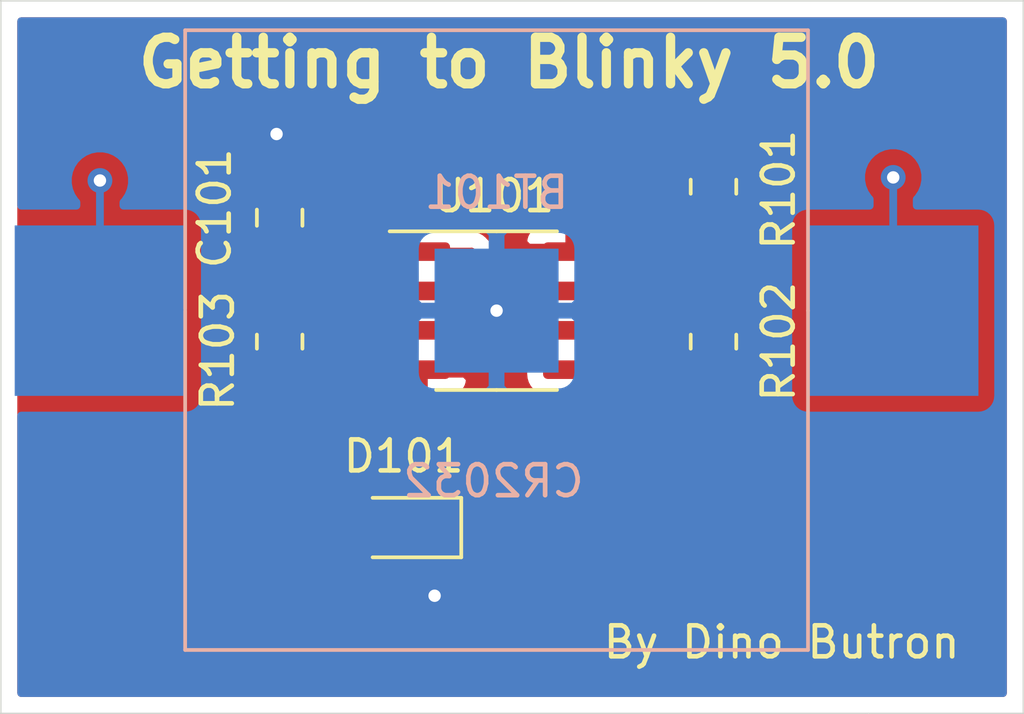
<source format=kicad_pcb>
(kicad_pcb (version 20171130) (host pcbnew "(5.1.10)-1")

  (general
    (thickness 1.6)
    (drawings 8)
    (tracks 41)
    (zones 0)
    (modules 7)
    (nets 8)
  )

  (page A4)
  (layers
    (0 F.Cu signal)
    (31 B.Cu signal)
    (32 B.Adhes user)
    (33 F.Adhes user)
    (34 B.Paste user)
    (35 F.Paste user)
    (36 B.SilkS user)
    (37 F.SilkS user)
    (38 B.Mask user)
    (39 F.Mask user)
    (40 Dwgs.User user)
    (41 Cmts.User user)
    (42 Eco1.User user)
    (43 Eco2.User user)
    (44 Edge.Cuts user)
    (45 Margin user)
    (46 B.CrtYd user)
    (47 F.CrtYd user)
    (48 B.Fab user)
    (49 F.Fab user)
  )

  (setup
    (last_trace_width 0.25)
    (trace_clearance 0.2)
    (zone_clearance 0.508)
    (zone_45_only no)
    (trace_min 0.2)
    (via_size 0.8)
    (via_drill 0.4)
    (via_min_size 0.4)
    (via_min_drill 0.3)
    (uvia_size 0.3)
    (uvia_drill 0.1)
    (uvias_allowed no)
    (uvia_min_size 0.2)
    (uvia_min_drill 0.1)
    (edge_width 0.05)
    (segment_width 0.2)
    (pcb_text_width 0.3)
    (pcb_text_size 1.5 1.5)
    (mod_edge_width 0.12)
    (mod_text_size 1 1)
    (mod_text_width 0.15)
    (pad_size 1.524 1.524)
    (pad_drill 0.762)
    (pad_to_mask_clearance 0)
    (aux_axis_origin 0 0)
    (visible_elements FFFFFF7F)
    (pcbplotparams
      (layerselection 0x010fc_ffffffff)
      (usegerberextensions false)
      (usegerberattributes true)
      (usegerberadvancedattributes true)
      (creategerberjobfile true)
      (excludeedgelayer true)
      (linewidth 0.100000)
      (plotframeref false)
      (viasonmask false)
      (mode 1)
      (useauxorigin false)
      (hpglpennumber 1)
      (hpglpenspeed 20)
      (hpglpendiameter 15.000000)
      (psnegative false)
      (psa4output false)
      (plotreference true)
      (plotvalue true)
      (plotinvisibletext false)
      (padsonsilk false)
      (subtractmaskfromsilk false)
      (outputformat 1)
      (mirror false)
      (drillshape 1)
      (scaleselection 1)
      (outputdirectory ""))
  )

  (net 0 "")
  (net 1 GND)
  (net 2 "Net-(D101-Pad2)")
  (net 3 "Net-(U101-Pad5)")
  (net 4 /VDD)
  (net 5 /THR)
  (net 6 /DIS)
  (net 7 /OUT)

  (net_class Default "This is the default net class."
    (clearance 0.2)
    (trace_width 0.25)
    (via_dia 0.8)
    (via_drill 0.4)
    (uvia_dia 0.3)
    (uvia_drill 0.1)
    (add_net /DIS)
    (add_net /OUT)
    (add_net /THR)
    (add_net /VDD)
    (add_net GND)
    (add_net "Net-(D101-Pad2)")
    (add_net "Net-(U101-Pad5)")
  )

  (module Package_SO:SOIC-8_3.9x4.9mm_P1.27mm (layer F.Cu) (tedit 5D9F72B1) (tstamp 612F00F2)
    (at 110 97)
    (descr "SOIC, 8 Pin (JEDEC MS-012AA, https://www.analog.com/media/en/package-pcb-resources/package/pkg_pdf/soic_narrow-r/r_8.pdf), generated with kicad-footprint-generator ipc_gullwing_generator.py")
    (tags "SOIC SO")
    (path /612EE2A9)
    (attr smd)
    (fp_text reference U101 (at -0.1 -3.7) (layer F.SilkS)
      (effects (font (size 1 1) (thickness 0.15)))
    )
    (fp_text value 7555 (at 0 3.4) (layer F.Fab) hide
      (effects (font (size 1 1) (thickness 0.15)))
    )
    (fp_text user %R (at 0 0) (layer F.Fab)
      (effects (font (size 0.98 0.98) (thickness 0.15)))
    )
    (fp_line (start 0 2.56) (end 1.95 2.56) (layer F.SilkS) (width 0.12))
    (fp_line (start 0 2.56) (end -1.95 2.56) (layer F.SilkS) (width 0.12))
    (fp_line (start 0 -2.56) (end 1.95 -2.56) (layer F.SilkS) (width 0.12))
    (fp_line (start 0 -2.56) (end -3.45 -2.56) (layer F.SilkS) (width 0.12))
    (fp_line (start -0.975 -2.45) (end 1.95 -2.45) (layer F.Fab) (width 0.1))
    (fp_line (start 1.95 -2.45) (end 1.95 2.45) (layer F.Fab) (width 0.1))
    (fp_line (start 1.95 2.45) (end -1.95 2.45) (layer F.Fab) (width 0.1))
    (fp_line (start -1.95 2.45) (end -1.95 -1.475) (layer F.Fab) (width 0.1))
    (fp_line (start -1.95 -1.475) (end -0.975 -2.45) (layer F.Fab) (width 0.1))
    (fp_line (start -3.7 -2.7) (end -3.7 2.7) (layer F.CrtYd) (width 0.05))
    (fp_line (start -3.7 2.7) (end 3.7 2.7) (layer F.CrtYd) (width 0.05))
    (fp_line (start 3.7 2.7) (end 3.7 -2.7) (layer F.CrtYd) (width 0.05))
    (fp_line (start 3.7 -2.7) (end -3.7 -2.7) (layer F.CrtYd) (width 0.05))
    (pad 8 smd roundrect (at 2.475 -1.905) (size 1.95 0.6) (layers F.Cu F.Paste F.Mask) (roundrect_rratio 0.25)
      (net 4 /VDD))
    (pad 7 smd roundrect (at 2.475 -0.635) (size 1.95 0.6) (layers F.Cu F.Paste F.Mask) (roundrect_rratio 0.25)
      (net 6 /DIS))
    (pad 6 smd roundrect (at 2.475 0.635) (size 1.95 0.6) (layers F.Cu F.Paste F.Mask) (roundrect_rratio 0.25)
      (net 5 /THR))
    (pad 5 smd roundrect (at 2.475 1.905) (size 1.95 0.6) (layers F.Cu F.Paste F.Mask) (roundrect_rratio 0.25)
      (net 3 "Net-(U101-Pad5)"))
    (pad 4 smd roundrect (at -2.475 1.905) (size 1.95 0.6) (layers F.Cu F.Paste F.Mask) (roundrect_rratio 0.25)
      (net 4 /VDD))
    (pad 3 smd roundrect (at -2.475 0.635) (size 1.95 0.6) (layers F.Cu F.Paste F.Mask) (roundrect_rratio 0.25)
      (net 7 /OUT))
    (pad 2 smd roundrect (at -2.475 -0.635) (size 1.95 0.6) (layers F.Cu F.Paste F.Mask) (roundrect_rratio 0.25)
      (net 5 /THR))
    (pad 1 smd roundrect (at -2.475 -1.905) (size 1.95 0.6) (layers F.Cu F.Paste F.Mask) (roundrect_rratio 0.25)
      (net 1 GND))
    (model ${KISYS3DMOD}/Package_SO.3dshapes/SOIC-8_3.9x4.9mm_P1.27mm.wrl
      (at (xyz 0 0 0))
      (scale (xyz 1 1 1))
      (rotate (xyz 0 0 0))
    )
  )

  (module Resistor_SMD:R_0805_2012Metric_Pad1.20x1.40mm_HandSolder (layer F.Cu) (tedit 5F68FEEE) (tstamp 612F00D8)
    (at 103 98 270)
    (descr "Resistor SMD 0805 (2012 Metric), square (rectangular) end terminal, IPC_7351 nominal with elongated pad for handsoldering. (Body size source: IPC-SM-782 page 72, https://www.pcb-3d.com/wordpress/wp-content/uploads/ipc-sm-782a_amendment_1_and_2.pdf), generated with kicad-footprint-generator")
    (tags "resistor handsolder")
    (path /612F138D)
    (attr smd)
    (fp_text reference R103 (at 0.3 2 90) (layer F.SilkS)
      (effects (font (size 1 1) (thickness 0.15)))
    )
    (fp_text value 1K (at 0 1.65 90) (layer F.Fab) hide
      (effects (font (size 1 1) (thickness 0.15)))
    )
    (fp_text user %R (at 0 0 90) (layer F.Fab)
      (effects (font (size 0.5 0.5) (thickness 0.08)))
    )
    (fp_line (start -1 0.625) (end -1 -0.625) (layer F.Fab) (width 0.1))
    (fp_line (start -1 -0.625) (end 1 -0.625) (layer F.Fab) (width 0.1))
    (fp_line (start 1 -0.625) (end 1 0.625) (layer F.Fab) (width 0.1))
    (fp_line (start 1 0.625) (end -1 0.625) (layer F.Fab) (width 0.1))
    (fp_line (start -0.227064 -0.735) (end 0.227064 -0.735) (layer F.SilkS) (width 0.12))
    (fp_line (start -0.227064 0.735) (end 0.227064 0.735) (layer F.SilkS) (width 0.12))
    (fp_line (start -1.85 0.95) (end -1.85 -0.95) (layer F.CrtYd) (width 0.05))
    (fp_line (start -1.85 -0.95) (end 1.85 -0.95) (layer F.CrtYd) (width 0.05))
    (fp_line (start 1.85 -0.95) (end 1.85 0.95) (layer F.CrtYd) (width 0.05))
    (fp_line (start 1.85 0.95) (end -1.85 0.95) (layer F.CrtYd) (width 0.05))
    (pad 2 smd roundrect (at 1 0 270) (size 1.2 1.4) (layers F.Cu F.Paste F.Mask) (roundrect_rratio 0.208333)
      (net 2 "Net-(D101-Pad2)"))
    (pad 1 smd roundrect (at -1 0 270) (size 1.2 1.4) (layers F.Cu F.Paste F.Mask) (roundrect_rratio 0.208333)
      (net 7 /OUT))
    (model ${KISYS3DMOD}/Resistor_SMD.3dshapes/R_0805_2012Metric.wrl
      (at (xyz 0 0 0))
      (scale (xyz 1 1 1))
      (rotate (xyz 0 0 0))
    )
  )

  (module Resistor_SMD:R_0805_2012Metric_Pad1.20x1.40mm_HandSolder (layer F.Cu) (tedit 5F68FEEE) (tstamp 612F04B5)
    (at 117 98 270)
    (descr "Resistor SMD 0805 (2012 Metric), square (rectangular) end terminal, IPC_7351 nominal with elongated pad for handsoldering. (Body size source: IPC-SM-782 page 72, https://www.pcb-3d.com/wordpress/wp-content/uploads/ipc-sm-782a_amendment_1_and_2.pdf), generated with kicad-footprint-generator")
    (tags "resistor handsolder")
    (path /612F021E)
    (attr smd)
    (fp_text reference R102 (at 0 -2.1 90) (layer F.SilkS)
      (effects (font (size 1 1) (thickness 0.15)))
    )
    (fp_text value 470K (at 0 1.65 90) (layer F.Fab) hide
      (effects (font (size 1 1) (thickness 0.15)))
    )
    (fp_text user %R (at 0 0 90) (layer F.Fab)
      (effects (font (size 0.5 0.5) (thickness 0.08)))
    )
    (fp_line (start -1 0.625) (end -1 -0.625) (layer F.Fab) (width 0.1))
    (fp_line (start -1 -0.625) (end 1 -0.625) (layer F.Fab) (width 0.1))
    (fp_line (start 1 -0.625) (end 1 0.625) (layer F.Fab) (width 0.1))
    (fp_line (start 1 0.625) (end -1 0.625) (layer F.Fab) (width 0.1))
    (fp_line (start -0.227064 -0.735) (end 0.227064 -0.735) (layer F.SilkS) (width 0.12))
    (fp_line (start -0.227064 0.735) (end 0.227064 0.735) (layer F.SilkS) (width 0.12))
    (fp_line (start -1.85 0.95) (end -1.85 -0.95) (layer F.CrtYd) (width 0.05))
    (fp_line (start -1.85 -0.95) (end 1.85 -0.95) (layer F.CrtYd) (width 0.05))
    (fp_line (start 1.85 -0.95) (end 1.85 0.95) (layer F.CrtYd) (width 0.05))
    (fp_line (start 1.85 0.95) (end -1.85 0.95) (layer F.CrtYd) (width 0.05))
    (pad 2 smd roundrect (at 1 0 270) (size 1.2 1.4) (layers F.Cu F.Paste F.Mask) (roundrect_rratio 0.208333)
      (net 5 /THR))
    (pad 1 smd roundrect (at -1 0 270) (size 1.2 1.4) (layers F.Cu F.Paste F.Mask) (roundrect_rratio 0.208333)
      (net 6 /DIS))
    (model ${KISYS3DMOD}/Resistor_SMD.3dshapes/R_0805_2012Metric.wrl
      (at (xyz 0 0 0))
      (scale (xyz 1 1 1))
      (rotate (xyz 0 0 0))
    )
  )

  (module Resistor_SMD:R_0805_2012Metric_Pad1.20x1.40mm_HandSolder (layer F.Cu) (tedit 5F68FEEE) (tstamp 612F00B6)
    (at 117 93 270)
    (descr "Resistor SMD 0805 (2012 Metric), square (rectangular) end terminal, IPC_7351 nominal with elongated pad for handsoldering. (Body size source: IPC-SM-782 page 72, https://www.pcb-3d.com/wordpress/wp-content/uploads/ipc-sm-782a_amendment_1_and_2.pdf), generated with kicad-footprint-generator")
    (tags "resistor handsolder")
    (path /612F0E96)
    (attr smd)
    (fp_text reference R101 (at 0.1 -2.1 90) (layer F.SilkS)
      (effects (font (size 1 1) (thickness 0.15)))
    )
    (fp_text value 1K (at 0 1.65 90) (layer F.Fab) hide
      (effects (font (size 1 1) (thickness 0.15)))
    )
    (fp_text user %R (at 0 0 90) (layer F.Fab)
      (effects (font (size 0.5 0.5) (thickness 0.08)))
    )
    (fp_line (start -1 0.625) (end -1 -0.625) (layer F.Fab) (width 0.1))
    (fp_line (start -1 -0.625) (end 1 -0.625) (layer F.Fab) (width 0.1))
    (fp_line (start 1 -0.625) (end 1 0.625) (layer F.Fab) (width 0.1))
    (fp_line (start 1 0.625) (end -1 0.625) (layer F.Fab) (width 0.1))
    (fp_line (start -0.227064 -0.735) (end 0.227064 -0.735) (layer F.SilkS) (width 0.12))
    (fp_line (start -0.227064 0.735) (end 0.227064 0.735) (layer F.SilkS) (width 0.12))
    (fp_line (start -1.85 0.95) (end -1.85 -0.95) (layer F.CrtYd) (width 0.05))
    (fp_line (start -1.85 -0.95) (end 1.85 -0.95) (layer F.CrtYd) (width 0.05))
    (fp_line (start 1.85 -0.95) (end 1.85 0.95) (layer F.CrtYd) (width 0.05))
    (fp_line (start 1.85 0.95) (end -1.85 0.95) (layer F.CrtYd) (width 0.05))
    (pad 2 smd roundrect (at 1 0 270) (size 1.2 1.4) (layers F.Cu F.Paste F.Mask) (roundrect_rratio 0.208333)
      (net 6 /DIS))
    (pad 1 smd roundrect (at -1 0 270) (size 1.2 1.4) (layers F.Cu F.Paste F.Mask) (roundrect_rratio 0.208333)
      (net 4 /VDD))
    (model ${KISYS3DMOD}/Resistor_SMD.3dshapes/R_0805_2012Metric.wrl
      (at (xyz 0 0 0))
      (scale (xyz 1 1 1))
      (rotate (xyz 0 0 0))
    )
  )

  (module LED_SMD:LED_0805_2012Metric_Pad1.15x1.40mm_HandSolder (layer F.Cu) (tedit 5F68FEF1) (tstamp 612F0373)
    (at 107 104 180)
    (descr "LED SMD 0805 (2012 Metric), square (rectangular) end terminal, IPC_7351 nominal, (Body size source: https://docs.google.com/spreadsheets/d/1BsfQQcO9C6DZCsRaXUlFlo91Tg2WpOkGARC1WS5S8t0/edit?usp=sharing), generated with kicad-footprint-generator")
    (tags "LED handsolder")
    (path /612F2324)
    (attr smd)
    (fp_text reference D101 (at 0 2.3) (layer F.SilkS)
      (effects (font (size 1 1) (thickness 0.15)))
    )
    (fp_text value LED (at 0 1.65) (layer F.Fab) hide
      (effects (font (size 1 1) (thickness 0.15)))
    )
    (fp_text user %R (at 0 0) (layer F.Fab)
      (effects (font (size 0.5 0.5) (thickness 0.08)))
    )
    (fp_line (start 1 -0.6) (end -0.7 -0.6) (layer F.Fab) (width 0.1))
    (fp_line (start -0.7 -0.6) (end -1 -0.3) (layer F.Fab) (width 0.1))
    (fp_line (start -1 -0.3) (end -1 0.6) (layer F.Fab) (width 0.1))
    (fp_line (start -1 0.6) (end 1 0.6) (layer F.Fab) (width 0.1))
    (fp_line (start 1 0.6) (end 1 -0.6) (layer F.Fab) (width 0.1))
    (fp_line (start 1 -0.96) (end -1.86 -0.96) (layer F.SilkS) (width 0.12))
    (fp_line (start -1.86 -0.96) (end -1.86 0.96) (layer F.SilkS) (width 0.12))
    (fp_line (start -1.86 0.96) (end 1 0.96) (layer F.SilkS) (width 0.12))
    (fp_line (start -1.85 0.95) (end -1.85 -0.95) (layer F.CrtYd) (width 0.05))
    (fp_line (start -1.85 -0.95) (end 1.85 -0.95) (layer F.CrtYd) (width 0.05))
    (fp_line (start 1.85 -0.95) (end 1.85 0.95) (layer F.CrtYd) (width 0.05))
    (fp_line (start 1.85 0.95) (end -1.85 0.95) (layer F.CrtYd) (width 0.05))
    (pad 2 smd roundrect (at 1.025 0 180) (size 1.15 1.4) (layers F.Cu F.Paste F.Mask) (roundrect_rratio 0.217391)
      (net 2 "Net-(D101-Pad2)"))
    (pad 1 smd roundrect (at -1.025 0 180) (size 1.15 1.4) (layers F.Cu F.Paste F.Mask) (roundrect_rratio 0.217391)
      (net 1 GND))
    (model ${KISYS3DMOD}/LED_SMD.3dshapes/LED_0805_2012Metric.wrl
      (at (xyz 0 0 0))
      (scale (xyz 1 1 1))
      (rotate (xyz 0 0 0))
    )
  )

  (module Capacitor_SMD:C_0805_2012Metric_Pad1.18x1.45mm_HandSolder (layer F.Cu) (tedit 5F68FEEF) (tstamp 612F0092)
    (at 103 94 90)
    (descr "Capacitor SMD 0805 (2012 Metric), square (rectangular) end terminal, IPC_7351 nominal with elongated pad for handsoldering. (Body size source: IPC-SM-782 page 76, https://www.pcb-3d.com/wordpress/wp-content/uploads/ipc-sm-782a_amendment_1_and_2.pdf, https://docs.google.com/spreadsheets/d/1BsfQQcO9C6DZCsRaXUlFlo91Tg2WpOkGARC1WS5S8t0/edit?usp=sharing), generated with kicad-footprint-generator")
    (tags "capacitor handsolder")
    (path /612F19D5)
    (attr smd)
    (fp_text reference C101 (at 0.3 -2.1 90) (layer F.SilkS)
      (effects (font (size 1 1) (thickness 0.15)))
    )
    (fp_text value 1U (at 0 1.68 90) (layer F.Fab) hide
      (effects (font (size 1 1) (thickness 0.15)))
    )
    (fp_text user %R (at 0 0 90) (layer F.Fab)
      (effects (font (size 0.5 0.5) (thickness 0.08)))
    )
    (fp_line (start -1 0.625) (end -1 -0.625) (layer F.Fab) (width 0.1))
    (fp_line (start -1 -0.625) (end 1 -0.625) (layer F.Fab) (width 0.1))
    (fp_line (start 1 -0.625) (end 1 0.625) (layer F.Fab) (width 0.1))
    (fp_line (start 1 0.625) (end -1 0.625) (layer F.Fab) (width 0.1))
    (fp_line (start -0.261252 -0.735) (end 0.261252 -0.735) (layer F.SilkS) (width 0.12))
    (fp_line (start -0.261252 0.735) (end 0.261252 0.735) (layer F.SilkS) (width 0.12))
    (fp_line (start -1.88 0.98) (end -1.88 -0.98) (layer F.CrtYd) (width 0.05))
    (fp_line (start -1.88 -0.98) (end 1.88 -0.98) (layer F.CrtYd) (width 0.05))
    (fp_line (start 1.88 -0.98) (end 1.88 0.98) (layer F.CrtYd) (width 0.05))
    (fp_line (start 1.88 0.98) (end -1.88 0.98) (layer F.CrtYd) (width 0.05))
    (pad 2 smd roundrect (at 1.0375 0 90) (size 1.175 1.45) (layers F.Cu F.Paste F.Mask) (roundrect_rratio 0.212766)
      (net 1 GND))
    (pad 1 smd roundrect (at -1.0375 0 90) (size 1.175 1.45) (layers F.Cu F.Paste F.Mask) (roundrect_rratio 0.212766)
      (net 5 /THR))
    (model ${KISYS3DMOD}/Capacitor_SMD.3dshapes/C_0805_2012Metric.wrl
      (at (xyz 0 0 0))
      (scale (xyz 1 1 1))
      (rotate (xyz 0 0 0))
    )
  )

  (module GettingToBlinky5:S8211-46R (layer B.Cu) (tedit 612EA731) (tstamp 612F0081)
    (at 110 97)
    (path /612F32EB)
    (fp_text reference BT101 (at 0 -3.81) (layer B.SilkS)
      (effects (font (size 1 1) (thickness 0.15)) (justify mirror))
    )
    (fp_text value CR2032 (at 0 3.81) (layer B.Fab) hide
      (effects (font (size 1 1) (thickness 0.15)) (justify mirror))
    )
    (fp_line (start -10.05 0) (end -10.05 10.95) (layer B.SilkS) (width 0.12))
    (fp_line (start -10.05 10.95) (end 10.05 10.95) (layer B.SilkS) (width 0.12))
    (fp_line (start 10.05 10.95) (end 10.05 0) (layer B.SilkS) (width 0.12))
    (fp_line (start 10.05 0) (end 10.05 -9.05) (layer B.SilkS) (width 0.12))
    (fp_line (start 10.05 -9.05) (end -10.05 -9.05) (layer B.SilkS) (width 0.12))
    (fp_line (start -10.05 -9.05) (end -10.05 -0.05) (layer B.SilkS) (width 0.12))
    (pad 1 smd rect (at 12.8 0) (size 5.5 5.5) (layers B.Cu B.Paste B.Mask)
      (net 4 /VDD))
    (pad 2 smd rect (at 0 0) (size 4 4) (layers B.Cu B.Paste B.Mask)
      (net 1 GND))
    (pad 1 smd rect (at -12.8 0) (size 5.5 5.5) (layers B.Cu B.Paste B.Mask)
      (net 4 /VDD))
  )

  (gr_text CR2032 (at 109.9 102.5) (layer B.SilkS)
    (effects (font (size 1 1) (thickness 0.15)) (justify mirror))
  )
  (gr_text "By Dino Butron\n" (at 119.2 107.7) (layer F.SilkS)
    (effects (font (size 1 1) (thickness 0.15)))
  )
  (gr_text "Getting to Blinky 5.0" (at 110.4 89) (layer F.SilkS)
    (effects (font (size 1.5 1.5) (thickness 0.3)))
  )
  (gr_line (start 127 87) (end 94 87) (layer Edge.Cuts) (width 0.05) (tstamp 612F0299))
  (gr_line (start 127 110) (end 127 87) (layer Edge.Cuts) (width 0.05))
  (gr_line (start 122 110) (end 127 110) (layer Edge.Cuts) (width 0.05))
  (gr_line (start 94 110) (end 122 110) (layer Edge.Cuts) (width 0.05))
  (gr_line (start 94 87) (end 94 110) (layer Edge.Cuts) (width 0.05))

  (segment (start 107.525 95.095) (end 109.195 95.095) (width 0.25) (layer F.Cu) (net 1))
  (via (at 110 97) (size 0.8) (drill 0.4) (layers F.Cu B.Cu) (net 1))
  (segment (start 110 95.9) (end 110 97) (width 0.25) (layer F.Cu) (net 1))
  (segment (start 109.195 95.095) (end 110 95.9) (width 0.25) (layer F.Cu) (net 1))
  (segment (start 108.025 106.175) (end 108 106.2) (width 0.25) (layer F.Cu) (net 1))
  (via (at 108 106.2) (size 0.8) (drill 0.4) (layers F.Cu B.Cu) (net 1))
  (segment (start 108.025 104) (end 108.025 106.175) (width 0.25) (layer F.Cu) (net 1))
  (via (at 102.9 91.3) (size 0.8) (drill 0.4) (layers F.Cu B.Cu) (net 1))
  (segment (start 103 91.4) (end 102.9 91.3) (width 0.25) (layer F.Cu) (net 1))
  (segment (start 103 92.9625) (end 103 91.4) (width 0.25) (layer F.Cu) (net 1))
  (segment (start 103 101.025) (end 105.975 104) (width 0.25) (layer F.Cu) (net 2))
  (segment (start 103 99) (end 103 101.025) (width 0.25) (layer F.Cu) (net 2))
  (segment (start 117 92) (end 115.8 92) (width 0.25) (layer F.Cu) (net 4))
  (segment (start 115.8 92) (end 114.3 93.5) (width 0.25) (layer F.Cu) (net 4))
  (segment (start 114.3 93.5) (end 114.3 95) (width 0.25) (layer F.Cu) (net 4))
  (segment (start 114.205 95.095) (end 112.475 95.095) (width 0.25) (layer F.Cu) (net 4))
  (segment (start 114.3 95) (end 114.205 95.095) (width 0.25) (layer F.Cu) (net 4))
  (via (at 97.2 92.8) (size 0.8) (drill 0.4) (layers F.Cu B.Cu) (net 4))
  (segment (start 97.2 97) (end 97.2 92.8) (width 0.25) (layer B.Cu) (net 4))
  (via (at 122.8 92.7) (size 0.8) (drill 0.4) (layers F.Cu B.Cu) (net 4))
  (segment (start 122.8 97) (end 122.8 92.7) (width 0.25) (layer B.Cu) (net 4))
  (segment (start 103 95.0375) (end 104.5375 95.0375) (width 0.25) (layer F.Cu) (net 5))
  (segment (start 105.865 96.365) (end 107.525 96.365) (width 0.25) (layer F.Cu) (net 5))
  (segment (start 104.5375 95.0375) (end 105.865 96.365) (width 0.25) (layer F.Cu) (net 5))
  (segment (start 112.475 97.635) (end 114.435 97.635) (width 0.25) (layer F.Cu) (net 5))
  (segment (start 115.8 99) (end 117 99) (width 0.25) (layer F.Cu) (net 5))
  (segment (start 114.435 97.635) (end 115.8 99) (width 0.25) (layer F.Cu) (net 5))
  (segment (start 107.525 96.365) (end 108.165 96.365) (width 0.25) (layer F.Cu) (net 5))
  (segment (start 112.475 97.635) (end 112.384999 97.725001) (width 0.25) (layer F.Cu) (net 5))
  (segment (start 109.651999 97.725001) (end 110.574999 97.725001) (width 0.25) (layer F.Cu) (net 5))
  (segment (start 107.525 96.365) (end 108.291998 96.365) (width 0.25) (layer F.Cu) (net 5))
  (segment (start 110.574999 97.725001) (end 110.348001 97.725001) (width 0.25) (layer F.Cu) (net 5))
  (segment (start 108.291998 96.365) (end 109.651999 97.725001) (width 0.25) (layer F.Cu) (net 5))
  (segment (start 112.384999 97.725001) (end 110.574999 97.725001) (width 0.25) (layer F.Cu) (net 5))
  (segment (start 112.475 96.365) (end 114.665 96.365) (width 0.25) (layer F.Cu) (net 6))
  (segment (start 115.3 97) (end 117 97) (width 0.25) (layer F.Cu) (net 6))
  (segment (start 114.665 96.365) (end 115.3 97) (width 0.25) (layer F.Cu) (net 6))
  (segment (start 117 94) (end 117 97) (width 0.25) (layer F.Cu) (net 6))
  (segment (start 103 97) (end 104.9 97) (width 0.25) (layer F.Cu) (net 7))
  (segment (start 105.535 97.635) (end 107.525 97.635) (width 0.25) (layer F.Cu) (net 7))
  (segment (start 104.9 97) (end 105.535 97.635) (width 0.25) (layer F.Cu) (net 7))

  (zone (net 1) (net_name GND) (layer B.Cu) (tstamp 612F1631) (hatch edge 0.508)
    (connect_pads (clearance 0.508))
    (min_thickness 0.254)
    (fill yes (arc_segments 32) (thermal_gap 0.508) (thermal_bridge_width 0.508))
    (polygon
      (pts
        (xy 127 110) (xy 94 110) (xy 94 87) (xy 127 87)
      )
    )
    (filled_polygon
      (pts
        (xy 126.34 109.34) (xy 94.66 109.34) (xy 94.66 100.388072) (xy 99.95 100.388072) (xy 100.074482 100.375812)
        (xy 100.19418 100.339502) (xy 100.304494 100.280537) (xy 100.401185 100.201185) (xy 100.480537 100.104494) (xy 100.539502 99.99418)
        (xy 100.575812 99.874482) (xy 100.588072 99.75) (xy 100.588072 99) (xy 107.361928 99) (xy 107.374188 99.124482)
        (xy 107.410498 99.24418) (xy 107.469463 99.354494) (xy 107.548815 99.451185) (xy 107.645506 99.530537) (xy 107.75582 99.589502)
        (xy 107.875518 99.625812) (xy 108 99.638072) (xy 109.71425 99.635) (xy 109.873 99.47625) (xy 109.873 97.127)
        (xy 110.127 97.127) (xy 110.127 99.47625) (xy 110.28575 99.635) (xy 112 99.638072) (xy 112.124482 99.625812)
        (xy 112.24418 99.589502) (xy 112.354494 99.530537) (xy 112.451185 99.451185) (xy 112.530537 99.354494) (xy 112.589502 99.24418)
        (xy 112.625812 99.124482) (xy 112.638072 99) (xy 112.635 97.28575) (xy 112.47625 97.127) (xy 110.127 97.127)
        (xy 109.873 97.127) (xy 107.52375 97.127) (xy 107.365 97.28575) (xy 107.361928 99) (xy 100.588072 99)
        (xy 100.588072 95) (xy 107.361928 95) (xy 107.365 96.71425) (xy 107.52375 96.873) (xy 109.873 96.873)
        (xy 109.873 94.52375) (xy 110.127 94.52375) (xy 110.127 96.873) (xy 112.47625 96.873) (xy 112.635 96.71425)
        (xy 112.638072 95) (xy 112.625812 94.875518) (xy 112.589502 94.75582) (xy 112.530537 94.645506) (xy 112.451185 94.548815)
        (xy 112.354494 94.469463) (xy 112.24418 94.410498) (xy 112.124482 94.374188) (xy 112 94.361928) (xy 110.28575 94.365)
        (xy 110.127 94.52375) (xy 109.873 94.52375) (xy 109.71425 94.365) (xy 108 94.361928) (xy 107.875518 94.374188)
        (xy 107.75582 94.410498) (xy 107.645506 94.469463) (xy 107.548815 94.548815) (xy 107.469463 94.645506) (xy 107.410498 94.75582)
        (xy 107.374188 94.875518) (xy 107.361928 95) (xy 100.588072 95) (xy 100.588072 94.25) (xy 119.411928 94.25)
        (xy 119.411928 99.75) (xy 119.424188 99.874482) (xy 119.460498 99.99418) (xy 119.519463 100.104494) (xy 119.598815 100.201185)
        (xy 119.695506 100.280537) (xy 119.80582 100.339502) (xy 119.925518 100.375812) (xy 120.05 100.388072) (xy 125.55 100.388072)
        (xy 125.674482 100.375812) (xy 125.79418 100.339502) (xy 125.904494 100.280537) (xy 126.001185 100.201185) (xy 126.080537 100.104494)
        (xy 126.139502 99.99418) (xy 126.175812 99.874482) (xy 126.188072 99.75) (xy 126.188072 94.25) (xy 126.175812 94.125518)
        (xy 126.139502 94.00582) (xy 126.080537 93.895506) (xy 126.001185 93.798815) (xy 125.904494 93.719463) (xy 125.79418 93.660498)
        (xy 125.674482 93.624188) (xy 125.55 93.611928) (xy 123.56 93.611928) (xy 123.56 93.403711) (xy 123.603937 93.359774)
        (xy 123.717205 93.190256) (xy 123.795226 93.001898) (xy 123.835 92.801939) (xy 123.835 92.598061) (xy 123.795226 92.398102)
        (xy 123.717205 92.209744) (xy 123.603937 92.040226) (xy 123.459774 91.896063) (xy 123.290256 91.782795) (xy 123.101898 91.704774)
        (xy 122.901939 91.665) (xy 122.698061 91.665) (xy 122.498102 91.704774) (xy 122.309744 91.782795) (xy 122.140226 91.896063)
        (xy 121.996063 92.040226) (xy 121.882795 92.209744) (xy 121.804774 92.398102) (xy 121.765 92.598061) (xy 121.765 92.801939)
        (xy 121.804774 93.001898) (xy 121.882795 93.190256) (xy 121.996063 93.359774) (xy 122.040001 93.403712) (xy 122.040001 93.611928)
        (xy 120.05 93.611928) (xy 119.925518 93.624188) (xy 119.80582 93.660498) (xy 119.695506 93.719463) (xy 119.598815 93.798815)
        (xy 119.519463 93.895506) (xy 119.460498 94.00582) (xy 119.424188 94.125518) (xy 119.411928 94.25) (xy 100.588072 94.25)
        (xy 100.575812 94.125518) (xy 100.539502 94.00582) (xy 100.480537 93.895506) (xy 100.401185 93.798815) (xy 100.304494 93.719463)
        (xy 100.19418 93.660498) (xy 100.074482 93.624188) (xy 99.95 93.611928) (xy 97.96 93.611928) (xy 97.96 93.503711)
        (xy 98.003937 93.459774) (xy 98.117205 93.290256) (xy 98.195226 93.101898) (xy 98.235 92.901939) (xy 98.235 92.698061)
        (xy 98.195226 92.498102) (xy 98.117205 92.309744) (xy 98.003937 92.140226) (xy 97.859774 91.996063) (xy 97.690256 91.882795)
        (xy 97.501898 91.804774) (xy 97.301939 91.765) (xy 97.098061 91.765) (xy 96.898102 91.804774) (xy 96.709744 91.882795)
        (xy 96.540226 91.996063) (xy 96.396063 92.140226) (xy 96.282795 92.309744) (xy 96.204774 92.498102) (xy 96.165 92.698061)
        (xy 96.165 92.901939) (xy 96.204774 93.101898) (xy 96.282795 93.290256) (xy 96.396063 93.459774) (xy 96.440001 93.503712)
        (xy 96.440001 93.611928) (xy 94.66 93.611928) (xy 94.66 87.66) (xy 126.340001 87.66)
      )
    )
  )
  (zone (net 4) (net_name /VDD) (layer F.Cu) (tstamp 612F162E) (hatch edge 0.508)
    (connect_pads (clearance 0.508))
    (min_thickness 0.254)
    (fill yes (arc_segments 32) (thermal_gap 0.508) (thermal_bridge_width 0.508))
    (polygon
      (pts
        (xy 127 110) (xy 94 110) (xy 94 87) (xy 127 87)
      )
    )
    (filled_polygon
      (pts
        (xy 126.34 109.34) (xy 94.66 109.34) (xy 94.66 92.625) (xy 101.636928 92.625) (xy 101.636928 93.3)
        (xy 101.653992 93.473254) (xy 101.704528 93.63985) (xy 101.786595 93.793386) (xy 101.897038 93.927962) (xy 101.984817 94)
        (xy 101.897038 94.072038) (xy 101.786595 94.206614) (xy 101.704528 94.36015) (xy 101.653992 94.526746) (xy 101.636928 94.7)
        (xy 101.636928 95.375) (xy 101.653992 95.548254) (xy 101.704528 95.71485) (xy 101.786595 95.868386) (xy 101.897038 96.002962)
        (xy 101.921331 96.022899) (xy 101.811595 96.156613) (xy 101.729528 96.310149) (xy 101.678992 96.476745) (xy 101.661928 96.649999)
        (xy 101.661928 97.350001) (xy 101.678992 97.523255) (xy 101.729528 97.689851) (xy 101.811595 97.843387) (xy 101.922038 97.977962)
        (xy 101.948891 98) (xy 101.922038 98.022038) (xy 101.811595 98.156613) (xy 101.729528 98.310149) (xy 101.678992 98.476745)
        (xy 101.661928 98.649999) (xy 101.661928 99.350001) (xy 101.678992 99.523255) (xy 101.729528 99.689851) (xy 101.811595 99.843387)
        (xy 101.922038 99.977962) (xy 102.056613 100.088405) (xy 102.210149 100.170472) (xy 102.240001 100.179527) (xy 102.240001 100.987668)
        (xy 102.236324 101.025) (xy 102.250998 101.173985) (xy 102.294454 101.317246) (xy 102.365026 101.449276) (xy 102.436201 101.536002)
        (xy 102.46 101.565001) (xy 102.488998 101.588799) (xy 104.761928 103.86173) (xy 104.761928 104.450001) (xy 104.778992 104.623255)
        (xy 104.829528 104.789851) (xy 104.911595 104.943387) (xy 105.022038 105.077962) (xy 105.156613 105.188405) (xy 105.310149 105.270472)
        (xy 105.476745 105.321008) (xy 105.649999 105.338072) (xy 106.300001 105.338072) (xy 106.473255 105.321008) (xy 106.639851 105.270472)
        (xy 106.793387 105.188405) (xy 106.927962 105.077962) (xy 107 104.990184) (xy 107.072038 105.077962) (xy 107.206613 105.188405)
        (xy 107.265001 105.219614) (xy 107.265001 105.471288) (xy 107.196063 105.540226) (xy 107.082795 105.709744) (xy 107.004774 105.898102)
        (xy 106.965 106.098061) (xy 106.965 106.301939) (xy 107.004774 106.501898) (xy 107.082795 106.690256) (xy 107.196063 106.859774)
        (xy 107.340226 107.003937) (xy 107.509744 107.117205) (xy 107.698102 107.195226) (xy 107.898061 107.235) (xy 108.101939 107.235)
        (xy 108.301898 107.195226) (xy 108.490256 107.117205) (xy 108.659774 107.003937) (xy 108.803937 106.859774) (xy 108.917205 106.690256)
        (xy 108.995226 106.501898) (xy 109.035 106.301939) (xy 109.035 106.098061) (xy 108.995226 105.898102) (xy 108.917205 105.709744)
        (xy 108.803937 105.540226) (xy 108.785 105.521289) (xy 108.785 105.219614) (xy 108.843387 105.188405) (xy 108.977962 105.077962)
        (xy 109.088405 104.943387) (xy 109.170472 104.789851) (xy 109.221008 104.623255) (xy 109.238072 104.450001) (xy 109.238072 103.549999)
        (xy 109.221008 103.376745) (xy 109.170472 103.210149) (xy 109.088405 103.056613) (xy 108.977962 102.922038) (xy 108.843387 102.811595)
        (xy 108.689851 102.729528) (xy 108.523255 102.678992) (xy 108.350001 102.661928) (xy 107.699999 102.661928) (xy 107.526745 102.678992)
        (xy 107.360149 102.729528) (xy 107.206613 102.811595) (xy 107.072038 102.922038) (xy 107 103.009816) (xy 106.927962 102.922038)
        (xy 106.793387 102.811595) (xy 106.639851 102.729528) (xy 106.473255 102.678992) (xy 106.300001 102.661928) (xy 105.71173 102.661928)
        (xy 103.76 100.710199) (xy 103.76 100.179527) (xy 103.789851 100.170472) (xy 103.943387 100.088405) (xy 104.077962 99.977962)
        (xy 104.188405 99.843387) (xy 104.270472 99.689851) (xy 104.321008 99.523255) (xy 104.338072 99.350001) (xy 104.338072 99.205)
        (xy 105.911928 99.205) (xy 105.924188 99.329482) (xy 105.960498 99.44918) (xy 106.019463 99.559494) (xy 106.098815 99.656185)
        (xy 106.195506 99.735537) (xy 106.30582 99.794502) (xy 106.425518 99.830812) (xy 106.55 99.843072) (xy 107.23925 99.84)
        (xy 107.398 99.68125) (xy 107.398 99.032) (xy 107.652 99.032) (xy 107.652 99.68125) (xy 107.81075 99.84)
        (xy 108.5 99.843072) (xy 108.624482 99.830812) (xy 108.74418 99.794502) (xy 108.854494 99.735537) (xy 108.951185 99.656185)
        (xy 109.030537 99.559494) (xy 109.089502 99.44918) (xy 109.125812 99.329482) (xy 109.138072 99.205) (xy 109.135 99.19075)
        (xy 108.97625 99.032) (xy 107.652 99.032) (xy 107.398 99.032) (xy 106.07375 99.032) (xy 105.915 99.19075)
        (xy 105.911928 99.205) (xy 104.338072 99.205) (xy 104.338072 98.649999) (xy 104.321008 98.476745) (xy 104.270472 98.310149)
        (xy 104.188405 98.156613) (xy 104.077962 98.022038) (xy 104.051109 98) (xy 104.077962 97.977962) (xy 104.188405 97.843387)
        (xy 104.232976 97.76) (xy 104.585199 97.76) (xy 104.9712 98.146002) (xy 104.994999 98.175001) (xy 105.023997 98.198799)
        (xy 105.110724 98.269974) (xy 105.242753 98.340546) (xy 105.386014 98.384003) (xy 105.535 98.398677) (xy 105.572333 98.395)
        (xy 105.95013 98.395) (xy 105.924188 98.480518) (xy 105.911928 98.605) (xy 105.915 98.61925) (xy 106.07375 98.778)
        (xy 107.398 98.778) (xy 107.398 98.758) (xy 107.652 98.758) (xy 107.652 98.778) (xy 108.97625 98.778)
        (xy 109.135 98.61925) (xy 109.138072 98.605) (xy 109.125812 98.480518) (xy 109.125309 98.478859) (xy 109.225001 98.488678)
        (xy 109.262334 98.485001) (xy 110.912336 98.485001) (xy 110.877071 98.601255) (xy 110.861928 98.755) (xy 110.861928 99.055)
        (xy 110.877071 99.208745) (xy 110.921916 99.356582) (xy 110.994742 99.492829) (xy 111.092749 99.612251) (xy 111.212171 99.710258)
        (xy 111.348418 99.783084) (xy 111.496255 99.827929) (xy 111.65 99.843072) (xy 113.3 99.843072) (xy 113.453745 99.827929)
        (xy 113.601582 99.783084) (xy 113.737829 99.710258) (xy 113.857251 99.612251) (xy 113.955258 99.492829) (xy 114.028084 99.356582)
        (xy 114.072929 99.208745) (xy 114.088072 99.055) (xy 114.088072 98.755) (xy 114.072929 98.601255) (xy 114.028084 98.453418)
        (xy 113.996859 98.395) (xy 114.120199 98.395) (xy 115.236201 99.511003) (xy 115.259999 99.540001) (xy 115.288997 99.563799)
        (xy 115.375724 99.634974) (xy 115.507753 99.705546) (xy 115.651014 99.749003) (xy 115.767266 99.760453) (xy 115.811595 99.843387)
        (xy 115.922038 99.977962) (xy 116.056613 100.088405) (xy 116.210149 100.170472) (xy 116.376745 100.221008) (xy 116.549999 100.238072)
        (xy 117.450001 100.238072) (xy 117.623255 100.221008) (xy 117.789851 100.170472) (xy 117.943387 100.088405) (xy 118.077962 99.977962)
        (xy 118.188405 99.843387) (xy 118.270472 99.689851) (xy 118.321008 99.523255) (xy 118.338072 99.350001) (xy 118.338072 98.649999)
        (xy 118.321008 98.476745) (xy 118.270472 98.310149) (xy 118.188405 98.156613) (xy 118.077962 98.022038) (xy 118.051109 98)
        (xy 118.077962 97.977962) (xy 118.188405 97.843387) (xy 118.270472 97.689851) (xy 118.321008 97.523255) (xy 118.338072 97.350001)
        (xy 118.338072 96.649999) (xy 118.321008 96.476745) (xy 118.270472 96.310149) (xy 118.188405 96.156613) (xy 118.077962 96.022038)
        (xy 117.943387 95.911595) (xy 117.789851 95.829528) (xy 117.76 95.820473) (xy 117.76 95.179527) (xy 117.789851 95.170472)
        (xy 117.943387 95.088405) (xy 118.077962 94.977962) (xy 118.188405 94.843387) (xy 118.270472 94.689851) (xy 118.321008 94.523255)
        (xy 118.338072 94.350001) (xy 118.338072 93.649999) (xy 118.321008 93.476745) (xy 118.270472 93.310149) (xy 118.188405 93.156613)
        (xy 118.121724 93.075363) (xy 118.151185 93.051185) (xy 118.230537 92.954494) (xy 118.289502 92.84418) (xy 118.325812 92.724482)
        (xy 118.338072 92.6) (xy 118.335 92.28575) (xy 118.17625 92.127) (xy 117.127 92.127) (xy 117.127 92.147)
        (xy 116.873 92.147) (xy 116.873 92.127) (xy 115.82375 92.127) (xy 115.665 92.28575) (xy 115.661928 92.6)
        (xy 115.674188 92.724482) (xy 115.710498 92.84418) (xy 115.769463 92.954494) (xy 115.848815 93.051185) (xy 115.878276 93.075363)
        (xy 115.811595 93.156613) (xy 115.729528 93.310149) (xy 115.678992 93.476745) (xy 115.661928 93.649999) (xy 115.661928 94.350001)
        (xy 115.678992 94.523255) (xy 115.729528 94.689851) (xy 115.811595 94.843387) (xy 115.922038 94.977962) (xy 116.056613 95.088405)
        (xy 116.210149 95.170472) (xy 116.24 95.179527) (xy 116.240001 95.820473) (xy 116.210149 95.829528) (xy 116.056613 95.911595)
        (xy 115.922038 96.022038) (xy 115.811595 96.156613) (xy 115.767024 96.24) (xy 115.614802 96.24) (xy 115.228803 95.854002)
        (xy 115.205001 95.824999) (xy 115.089276 95.730026) (xy 114.957247 95.659454) (xy 114.813986 95.615997) (xy 114.702333 95.605)
        (xy 114.702322 95.605) (xy 114.665 95.601324) (xy 114.627678 95.605) (xy 114.04987 95.605) (xy 114.075812 95.519482)
        (xy 114.088072 95.395) (xy 114.085 95.38075) (xy 113.92625 95.222) (xy 112.602 95.222) (xy 112.602 95.242)
        (xy 112.348 95.242) (xy 112.348 95.222) (xy 111.02375 95.222) (xy 110.865 95.38075) (xy 110.861928 95.395)
        (xy 110.874188 95.519482) (xy 110.910498 95.63918) (xy 110.969463 95.749494) (xy 110.99373 95.779064) (xy 110.921916 95.913418)
        (xy 110.877071 96.061255) (xy 110.861928 96.215) (xy 110.861928 96.427016) (xy 110.803937 96.340226) (xy 110.76 96.296289)
        (xy 110.76 95.937323) (xy 110.763676 95.9) (xy 110.76 95.862677) (xy 110.76 95.862667) (xy 110.749003 95.751014)
        (xy 110.705546 95.607753) (xy 110.672849 95.546582) (xy 110.634974 95.475723) (xy 110.563799 95.388997) (xy 110.540001 95.359999)
        (xy 110.511004 95.336202) (xy 109.969802 94.795) (xy 110.861928 94.795) (xy 110.865 94.80925) (xy 111.02375 94.968)
        (xy 112.348 94.968) (xy 112.348 94.31875) (xy 112.602 94.31875) (xy 112.602 94.968) (xy 113.92625 94.968)
        (xy 114.085 94.80925) (xy 114.088072 94.795) (xy 114.075812 94.670518) (xy 114.039502 94.55082) (xy 113.980537 94.440506)
        (xy 113.901185 94.343815) (xy 113.804494 94.264463) (xy 113.69418 94.205498) (xy 113.574482 94.169188) (xy 113.45 94.156928)
        (xy 112.76075 94.16) (xy 112.602 94.31875) (xy 112.348 94.31875) (xy 112.18925 94.16) (xy 111.5 94.156928)
        (xy 111.375518 94.169188) (xy 111.25582 94.205498) (xy 111.145506 94.264463) (xy 111.048815 94.343815) (xy 110.969463 94.440506)
        (xy 110.910498 94.55082) (xy 110.874188 94.670518) (xy 110.861928 94.795) (xy 109.969802 94.795) (xy 109.758803 94.584002)
        (xy 109.735001 94.554999) (xy 109.619276 94.460026) (xy 109.487247 94.389454) (xy 109.343986 94.345997) (xy 109.232333 94.335)
        (xy 109.232322 94.335) (xy 109.195 94.331324) (xy 109.157678 94.335) (xy 108.842976 94.335) (xy 108.787829 94.289742)
        (xy 108.651582 94.216916) (xy 108.503745 94.172071) (xy 108.35 94.156928) (xy 106.7 94.156928) (xy 106.546255 94.172071)
        (xy 106.398418 94.216916) (xy 106.262171 94.289742) (xy 106.142749 94.387749) (xy 106.044742 94.507171) (xy 105.971916 94.643418)
        (xy 105.927071 94.791255) (xy 105.911928 94.945) (xy 105.911928 95.245) (xy 105.921993 95.347192) (xy 105.101304 94.526503)
        (xy 105.077501 94.497499) (xy 104.961776 94.402526) (xy 104.829747 94.331954) (xy 104.686486 94.288497) (xy 104.574833 94.2775)
        (xy 104.574822 94.2775) (xy 104.5375 94.273824) (xy 104.500178 94.2775) (xy 104.251294 94.2775) (xy 104.213405 94.206614)
        (xy 104.102962 94.072038) (xy 104.015183 94) (xy 104.102962 93.927962) (xy 104.213405 93.793386) (xy 104.295472 93.63985)
        (xy 104.346008 93.473254) (xy 104.363072 93.3) (xy 104.363072 92.625) (xy 104.346008 92.451746) (xy 104.295472 92.28515)
        (xy 104.213405 92.131614) (xy 104.102962 91.997038) (xy 103.968386 91.886595) (xy 103.81485 91.804528) (xy 103.808879 91.802717)
        (xy 103.817205 91.790256) (xy 103.895226 91.601898) (xy 103.935 91.401939) (xy 103.935 91.4) (xy 115.661928 91.4)
        (xy 115.665 91.71425) (xy 115.82375 91.873) (xy 116.873 91.873) (xy 116.873 90.92375) (xy 117.127 90.92375)
        (xy 117.127 91.873) (xy 118.17625 91.873) (xy 118.335 91.71425) (xy 118.338072 91.4) (xy 118.325812 91.275518)
        (xy 118.289502 91.15582) (xy 118.230537 91.045506) (xy 118.151185 90.948815) (xy 118.054494 90.869463) (xy 117.94418 90.810498)
        (xy 117.824482 90.774188) (xy 117.7 90.761928) (xy 117.28575 90.765) (xy 117.127 90.92375) (xy 116.873 90.92375)
        (xy 116.71425 90.765) (xy 116.3 90.761928) (xy 116.175518 90.774188) (xy 116.05582 90.810498) (xy 115.945506 90.869463)
        (xy 115.848815 90.948815) (xy 115.769463 91.045506) (xy 115.710498 91.15582) (xy 115.674188 91.275518) (xy 115.661928 91.4)
        (xy 103.935 91.4) (xy 103.935 91.198061) (xy 103.895226 90.998102) (xy 103.817205 90.809744) (xy 103.703937 90.640226)
        (xy 103.559774 90.496063) (xy 103.390256 90.382795) (xy 103.201898 90.304774) (xy 103.001939 90.265) (xy 102.798061 90.265)
        (xy 102.598102 90.304774) (xy 102.409744 90.382795) (xy 102.240226 90.496063) (xy 102.096063 90.640226) (xy 101.982795 90.809744)
        (xy 101.904774 90.998102) (xy 101.865 91.198061) (xy 101.865 91.401939) (xy 101.904774 91.601898) (xy 101.982795 91.790256)
        (xy 102.043074 91.88047) (xy 102.031614 91.886595) (xy 101.897038 91.997038) (xy 101.786595 92.131614) (xy 101.704528 92.28515)
        (xy 101.653992 92.451746) (xy 101.636928 92.625) (xy 94.66 92.625) (xy 94.66 87.66) (xy 126.340001 87.66)
      )
    )
  )
)

</source>
